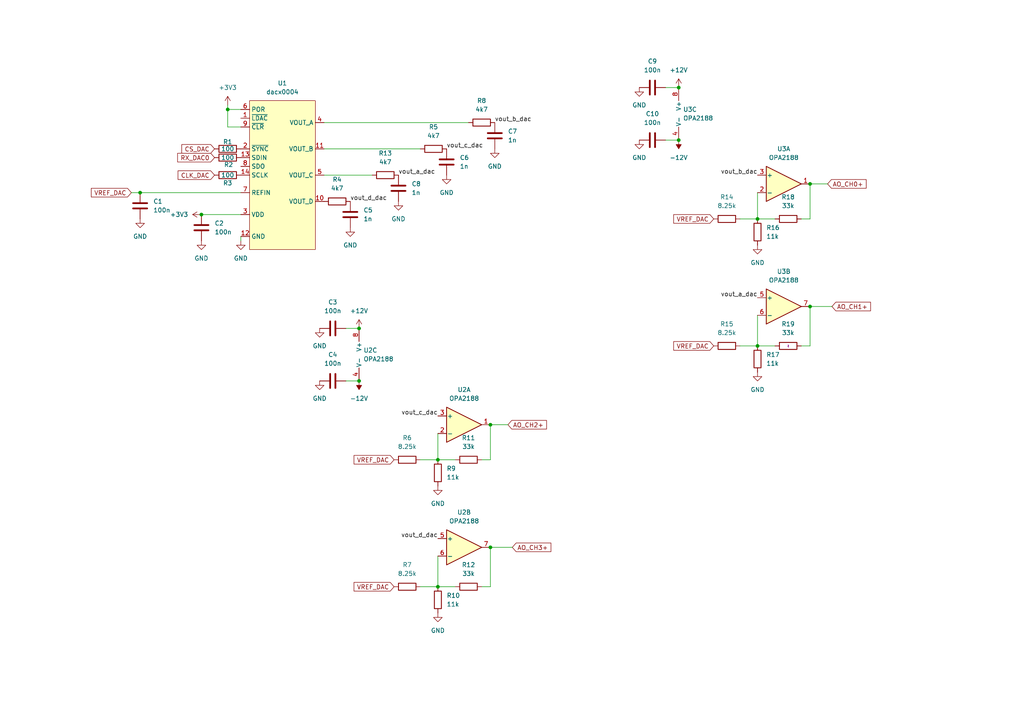
<source format=kicad_sch>
(kicad_sch (version 20231120) (generator "eeschema") (generator_version "8.0")
  (paper "A4")
  (lib_symbols
    (symbol "Amplifier_Operational:OPA2156xD" (pin_names (offset 0.127))
      (property "Reference" "U" (at 2.54 6.35 0))
      (property "Value" "OPA2156xD" (at 2.54 3.81 0))
      (symbol "OPA2156xD_1_1"
        (polyline (pts (xy 5.08 0) (xy -5.08 5.08) (xy -5.08 -5.08) (xy 5.08 0)) (stroke (width 0.254)) (fill (type background)))
        (pin output line (at 7.62 0 180) (length 2.54) (name "~") (number "1"))
        (pin input line (at -7.62 -2.54 0) (length 2.54) (name "-") (number "2"))
        (pin input line (at -7.62 2.54 0) (length 2.54) (name "+") (number "3"))
      )
      (symbol "OPA2156xD_2_1"
        (polyline (pts (xy 5.08 0) (xy -5.08 5.08) (xy -5.08 -5.08) (xy 5.08 0)) (stroke (width 0.254)) (fill (type background)))
        (pin input line (at -7.62 2.54 0) (length 2.54) (name "+") (number "5"))
        (pin input line (at -7.62 -2.54 0) (length 2.54) (name "-") (number "6"))
        (pin output line (at 7.62 0 180) (length 2.54) (name "~") (number "7"))
      )
      (symbol "OPA2156xD_3_1"
        (pin power_in line (at 0 -7.62 90) (length 3.81) (name "V-") (number "4"))
        (pin power_in line (at 0 7.62 270) (length 3.81) (name "V+") (number "8"))
      )
    )
    (symbol "Device:C" (pin_numbers hide) (pin_names (offset 0.254))
      (property "Reference" "C" (at 0.635 2.54 0))
      (property "Value" "C" (at 0.635 -2.54 0))
      (symbol "C_0_1"
        (polyline (pts (xy -2.032 -0.762) (xy 2.032 -0.762)) (stroke (width 0.508)))
        (polyline (pts (xy -2.032 0.762) (xy 2.032 0.762)) (stroke (width 0.508)))
      )
      (symbol "C_1_1"
        (pin passive line (at 0 3.81 270) (length 2.794) (name "~") (number "1"))
        (pin passive line (at 0 -3.81 90) (length 2.794) (name "~") (number "2"))
      )
    )
    (symbol "Device:R" (pin_numbers hide) (pin_names (offset 0))
      (property "Reference" "R" (at 2.032 0 90))
      (property "Value" "R" (at 0 0 90))
      (symbol "R_0_1"
        (rectangle (start -1.016 -2.54) (end 1.016 2.54) (stroke (width 0.254)))
      )
      (symbol "R_1_1"
        (pin passive line (at 0 3.81 270) (length 1.27) (name "~") (number "1"))
        (pin passive line (at 0 -3.81 90) (length 1.27) (name "~") (number "2"))
      )
    )
    (symbol "power:+12V" (power) (pin_names (offset 0))
      (property "Value" "+12V" (at 0 3.556 0))
      (symbol "+12V_0_1"
        (polyline (pts (xy -0.762 1.27) (xy 0 2.54)))
        (polyline (pts (xy 0 0) (xy 0 2.54)))
        (polyline (pts (xy 0 2.54) (xy 0.762 1.27)))
      )
      (symbol "+12V_1_1"
        (pin power_in line (at 0 0 90) (length 0) hide (name "+12V") (number "1"))
      )
    )
    (symbol "power:+3V3" (power) (pin_names (offset 0))
      (property "Value" "+3V3" (at 0 3.556 0))
      (symbol "+3V3_0_1"
        (polyline (pts (xy -0.762 1.27) (xy 0 2.54)))
        (polyline (pts (xy 0 0) (xy 0 2.54)))
        (polyline (pts (xy 0 2.54) (xy 0.762 1.27)))
      )
      (symbol "+3V3_1_1"
        (pin power_in line (at 0 0 90) (length 0) hide (name "+3V3") (number "1"))
      )
    )
    (symbol "power:-12V" (power) (pin_names (offset 0))
      (property "Value" "-12V" (at 0 3.81 0))
      (symbol "-12V_0_0"
        (pin power_in line (at 0 0 90) (length 0) hide (name "-12V") (number "1"))
      )
      (symbol "-12V_0_1"
        (polyline (pts (xy 0 0) (xy 0 1.27) (xy 0.762 1.27) (xy 0 2.54) (xy -0.762 1.27) (xy 0 1.27)) (fill (type outline)))
      )
    )
    (symbol "power:GND" (power) (pin_names (offset 0))
      (property "Value" "GND" (at 0 -3.81 0))
      (symbol "GND_0_1"
        (polyline (pts (xy 0 0) (xy 0 -1.27) (xy 1.27 -1.27) (xy 0 -2.54) (xy -1.27 -1.27) (xy 0 -1.27)))
      )
      (symbol "GND_1_1"
        (pin power_in line (at 0 0 270) (length 0) hide (name "GND") (number "1"))
      )
    )
    (symbol "user_dac:dacx0004"
      (property "Reference" "U" (at -6.35 43.18 0))
      (property "Value" "dacx0004" (at -3.81 -2.54 0))
      (symbol "dacx0004_0_0"
        (pin output line (at 13.97 12.7 180) (length 2.54) (name "VOUT_D") (number "10"))
        (pin output line (at 13.97 27.94 180) (length 2.54) (name "VOUT_B") (number "11"))
        (pin input line (at -10.16 2.54 0) (length 2.54) (name "GND") (number "12"))
        (pin input line (at -10.16 25.4 0) (length 2.54) (name "SDIN") (number "13"))
        (pin input line (at -10.16 20.32 0) (length 2.54) (name "SCLK") (number "14"))
        (pin power_in line (at -10.16 8.89 0) (length 2.54) (name "VDD") (number "3"))
        (pin output line (at 13.97 35.56 180) (length 2.54) (name "VOUT_A") (number "4"))
        (pin output line (at 13.97 20.32 180) (length 2.54) (name "VOUT_C") (number "5"))
        (pin input line (at -10.16 39.37 0) (length 2.54) (name "POR") (number "6"))
        (pin input line (at -10.16 15.24 0) (length 2.54) (name "REFIN") (number "7"))
        (pin output line (at -10.16 22.86 0) (length 2.54) (name "SDO") (number "8"))
        (pin input line (at -10.16 34.29 0) (length 2.54) (name "~{CLR}") (number "9"))
      )
      (symbol "dacx0004_0_1"
        (rectangle (start -7.62 41.91) (end 11.43 -1.27) (fill (type background)))
      )
      (symbol "dacx0004_1_1"
        (pin input line (at -10.16 36.83 0) (length 2.54) (name "~{LDAC}") (number "1"))
        (pin input line (at -10.16 27.94 0) (length 2.54) (name "~{SYNC}") (number "2"))
      )
    )
  )
  (junction (at 127 170.18))
  (junction (at 40.64 55.88))
  (junction (at 196.85 40.64))
  (junction (at 142.24 123.19))
  (junction (at 104.14 95.25))
  (junction (at 104.14 110.49))
  (junction (at 66.04 31.75))
  (junction (at 127 133.35))
  (junction (at 234.95 88.9))
  (junction (at 58.42 62.23))
  (junction (at 219.71 63.5))
  (junction (at 219.71 100.33))
  (junction (at 142.24 158.75))
  (junction (at 196.85 25.4))
  (junction (at 234.95 53.34))
  (wire (pts (xy 193.04 40.64) (xy 196.85 40.64)))
  (wire (pts (xy 69.85 31.75) (xy 66.04 31.75)))
  (wire (pts (xy 219.71 63.5) (xy 224.79 63.5)))
  (wire (pts (xy 139.7 133.35) (xy 142.24 133.35)))
  (wire (pts (xy 219.71 100.33) (xy 224.79 100.33)))
  (wire (pts (xy 100.33 95.25) (xy 104.14 95.25)))
  (wire (pts (xy 234.95 53.34) (xy 240.03 53.34)))
  (wire (pts (xy 232.41 100.33) (xy 234.95 100.33)))
  (wire (pts (xy 100.33 110.49) (xy 104.14 110.49)))
  (wire (pts (xy 234.95 88.9) (xy 241.3 88.9)))
  (wire (pts (xy 142.24 158.75) (xy 142.24 170.18)))
  (wire (pts (xy 93.98 35.56) (xy 135.89 35.56)))
  (wire (pts (xy 142.24 133.35) (xy 142.24 123.19)))
  (wire (pts (xy 219.71 55.88) (xy 219.71 63.5)))
  (wire (pts (xy 69.85 68.58) (xy 69.85 69.85)))
  (wire (pts (xy 232.41 63.5) (xy 234.95 63.5)))
  (wire (pts (xy 127 161.29) (xy 127 170.18)))
  (wire (pts (xy 127 170.18) (xy 132.08 170.18)))
  (wire (pts (xy 121.92 170.18) (xy 127 170.18)))
  (wire (pts (xy 234.95 63.5) (xy 234.95 53.34)))
  (wire (pts (xy 127 125.73) (xy 127 133.35)))
  (wire (pts (xy 214.63 63.5) (xy 219.71 63.5)))
  (wire (pts (xy 66.04 31.75) (xy 66.04 30.48)))
  (wire (pts (xy 219.71 91.44) (xy 219.71 100.33)))
  (wire (pts (xy 69.85 36.83) (xy 66.04 36.83)))
  (wire (pts (xy 58.42 62.23) (xy 69.85 62.23)))
  (wire (pts (xy 93.98 43.18) (xy 121.92 43.18)))
  (wire (pts (xy 40.64 55.88) (xy 69.85 55.88)))
  (wire (pts (xy 121.92 133.35) (xy 127 133.35)))
  (wire (pts (xy 66.04 36.83) (xy 66.04 31.75)))
  (wire (pts (xy 38.1 55.88) (xy 40.64 55.88)))
  (wire (pts (xy 142.24 158.75) (xy 148.59 158.75)))
  (wire (pts (xy 139.7 170.18) (xy 142.24 170.18)))
  (wire (pts (xy 93.98 50.8) (xy 107.95 50.8)))
  (wire (pts (xy 214.63 100.33) (xy 219.71 100.33)))
  (wire (pts (xy 127 133.35) (xy 132.08 133.35)))
  (wire (pts (xy 193.04 25.4) (xy 196.85 25.4)))
  (wire (pts (xy 234.95 88.9) (xy 234.95 100.33)))
  (wire (pts (xy 142.24 123.19) (xy 147.32 123.19)))
  (label "vout_a_dac" (at 219.71 86.36 180))
  (label "vout_b_dac" (at 219.71 50.8 180))
  (label "vout_d_dac" (at 127 156.21 180))
  (label "vout_d_dac" (at 101.6 58.42 0))
  (label "vout_c_dac" (at 129.54 43.18 0))
  (label "vout_b_dac" (at 143.51 35.56 0))
  (label "vout_c_dac" (at 127 120.65 180))
  (label "vout_a_dac" (at 115.57 50.8 0))
  (global_label "VREF_DAC" (shape input) (at 114.3 133.35 180) (property "Intersheetrefs" "${INTERSHEET_REFS}" (effects (hide yes))))
  (global_label "AO_CH2+" (shape input) (at 147.32 123.19 0) (property "Intersheetrefs" "${INTERSHEET_REFS}" (effects (hide yes))))
  (global_label "VREF_DAC" (shape input) (at 207.01 100.33 180) (property "Intersheetrefs" "${INTERSHEET_REFS}" (effects (hide yes))))
  (global_label "CLK_DAC" (shape input) (at 62.23 50.8 180) (property "Intersheetrefs" "${INTERSHEET_REFS}" (effects (hide yes))))
  (global_label "CS_DAC" (shape input) (at 62.23 43.18 180) (property "Intersheetrefs" "${INTERSHEET_REFS}" (effects (hide yes))))
  (global_label "VREF_DAC" (shape input) (at 114.3 170.18 180) (property "Intersheetrefs" "${INTERSHEET_REFS}" (effects (hide yes))))
  (global_label "AO_CH1+" (shape input) (at 241.3 88.9 0) (property "Intersheetrefs" "${INTERSHEET_REFS}" (effects (hide yes))))
  (global_label "AO_CH0+" (shape input) (at 240.03 53.34 0) (property "Intersheetrefs" "${INTERSHEET_REFS}" (effects (hide yes))))
  (global_label "AO_CH3+" (shape input) (at 148.59 158.75 0) (property "Intersheetrefs" "${INTERSHEET_REFS}" (effects (hide yes))))
  (global_label "VREF_DAC" (shape input) (at 207.01 63.5 180) (property "Intersheetrefs" "${INTERSHEET_REFS}" (effects (hide yes))))
  (global_label "RX_DAC0" (shape input) (at 62.23 45.72 180) (property "Intersheetrefs" "${INTERSHEET_REFS}" (effects (hide yes))))
  (global_label "VREF_DAC" (shape input) (at 38.1 55.88 180) (property "Intersheetrefs" "${INTERSHEET_REFS}" (effects (hide yes))))
  (symbol (lib_id "power:GND") (at 69.85 69.85 0) (unit 1)
    (property "Reference" "#PWR013" (effects (hide yes)))
    (property "Value" "GND" (at 69.85 74.93 0))
    (property "Description" "Power symbol creates a global label with name \"GND\" , ground" (effects (hide yes)))
  )
  (symbol (lib_id "Device:C") (at 143.51 39.37 180) (unit 1)
    (property "Reference" "C7" (at 147.32 38.0999 0) (effects (justify right)))
    (property "Value" "1n" (at 147.32 40.6399 0) (effects (justify right)))
    (property "Footprint" "Capacitor_SMD:C_0402_1005Metric" (effects (hide yes)))
    (property "Description" "Unpolarized capacitor" (effects (hide yes)))
  )
  (symbol (lib_id "power:-12V") (at 196.85 40.64 180) (unit 1)
    (property "Reference" "#PWR027" (effects (hide yes)))
    (property "Value" "-12V" (at 196.85 45.72 0))
    (property "Description" "Power symbol creates a global label with name \"-12V\"" (effects (hide yes)))
    (instances (project "" (path "" (reference "#PWR027") (unit 1)) (path "" (reference "#PWR053") (unit 1))))
  )
  (symbol (lib_id "Device:R") (at 111.76 50.8 90) (unit 1)
    (property "Reference" "R13" (at 111.76 44.45 90))
    (property "Value" "4k7" (at 111.76 46.99 90))
    (property "Footprint" "Resistor_SMD:R_0402_1005Metric" (effects (hide yes)))
    (property "Description" "Resistor" (effects (hide yes)))
  )
  (symbol (lib_id "user_dac:dacx0004") (at 80.01 71.12 0) (unit 1)
    (property "Reference" "U1" (at 81.915 24.13 0))
    (property "Value" "dacx0004" (at 81.915 26.67 0))
    (property "Footprint" "Package_SO:TSSOP-14_4.4x5mm_P0.65mm" (effects (hide yes)))
    (property "Datasheet" "https://www.ti.com/lit/ds/symlink/dac80004.pdf?ts=1661248075805&ref_url=https%253A%252F%252Fwww.google.com%252F" (effects (hide yes)))
    (property "Description" "Voltage output DAC 12/14/16 bit" (effects (hide yes)))
    (property "JLCPCB Part #" "C2679895" (effects (hide yes)))
  )
  (symbol (lib_id "power:GND") (at 58.42 69.85 0) (unit 1)
    (property "Reference" "#PWR011" (effects (hide yes)))
    (property "Value" "GND" (at 58.42 74.93 0))
    (property "Description" "Power symbol creates a global label with name \"GND\" , ground" (effects (hide yes)))
  )
  (symbol (lib_id "power:GND") (at 127 140.97 0) (unit 1)
    (property "Reference" "#PWR020" (effects (hide yes)))
    (property "Value" "GND" (at 127 146.05 0))
    (property "Description" "Power symbol creates a global label with name \"GND\" , ground" (effects (hide yes)))
  )
  (symbol (lib_id "power:GND") (at 219.71 107.95 0) (unit 1)
    (property "Reference" "#PWR029" (effects (hide yes)))
    (property "Value" "GND" (at 219.71 113.03 0))
    (property "Description" "Power symbol creates a global label with name \"GND\" , ground" (effects (hide yes)))
  )
  (symbol (lib_id "power:GND") (at 101.6 66.04 0) (unit 1)
    (property "Reference" "#PWR016" (effects (hide yes)))
    (property "Value" "GND" (at 101.6 71.12 0))
    (property "Description" "Power symbol creates a global label with name \"GND\" , ground" (effects (hide yes)))
  )
  (symbol (lib_id "Device:R") (at 210.82 100.33 90) (unit 1)
    (property "Reference" "R15" (at 210.82 93.98 90))
    (property "Value" "8.25k" (at 210.82 96.52 90))
    (property "Footprint" "Resistor_SMD:R_0402_1005Metric" (effects (hide yes)))
    (property "Description" "Resistor" (effects (hide yes)))
  )
  (symbol (lib_id "Device:R") (at 228.6 63.5 270) (unit 1)
    (property "Reference" "R18" (at 228.6 57.15 90))
    (property "Value" "33k" (at 228.6 59.69 90))
    (property "Footprint" "Resistor_SMD:R_0402_1005Metric" (effects (hide yes)))
    (property "Description" "Resistor" (effects (hide yes)))
  )
  (symbol (lib_id "Device:R") (at 118.11 133.35 90) (unit 1)
    (property "Reference" "R6" (at 118.11 127 90))
    (property "Value" "8.25k" (at 118.11 129.54 90))
    (property "Footprint" "Resistor_SMD:R_0402_1005Metric" (effects (hide yes)))
    (property "Description" "Resistor" (effects (hide yes)))
  )
  (symbol (lib_id "Amplifier_Operational:OPA2156xD") (at 196.85 33.02 0) (unit 3)
    (property "Reference" "U3" (at 198.12 31.7499 0) (effects (justify left)))
    (property "Value" "OPA2188" (at 198.12 34.2899 0) (effects (justify left)))
    (property "Footprint" "Package_SO:SOIC-8_3.9x4.9mm_P1.27mm" (effects (hide yes)))
    (property "Datasheet" "https://www.ti.com/lit/ds/symlink/opa2156.pdf" (effects (hide yes)))
    (property "Description" "Dual 36V, Ultra Low Noise, Rail-to-Rail Input/Output, Low Offset Voltage, Operational Amplifier, SOIC-8" (effects (hide yes)))
    (property "JLCPCB Part #" "C17271" (effects (hide yes)))
    (instances (project "" (path "" (reference "U3") (unit 3)) (path "" (reference "U7") (unit 3))))
  )
  (symbol (lib_id "Device:R") (at 219.71 104.14 180) (unit 1)
    (property "Reference" "R17" (at 222.25 102.8699 0) (effects (justify right)))
    (property "Value" "11k" (at 222.25 105.4099 0) (effects (justify right)))
    (property "Footprint" "Resistor_SMD:R_0402_1005Metric" (effects (hide yes)))
    (property "Description" "Resistor" (effects (hide yes)))
  )
  (symbol (lib_id "Device:R") (at 228.6 100.33 270) (unit 1)
    (property "Reference" "R19" (at 228.6 93.98 90))
    (property "Value" "33k" (at 228.6 96.52 90))
    (property "Footprint" "Resistor_SMD:R_0402_1005Metric" (effects (hide yes)))
    (property "Datasheet" "~" (at 228.6 100.33 0))
    (property "Description" "Resistor" (effects (hide yes)))
  )
  (symbol (lib_id "power:-12V") (at 104.14 110.49 180) (unit 1)
    (property "Reference" "#PWR018" (effects (hide yes)))
    (property "Value" "-12V" (at 104.14 115.57 0))
    (property "Description" "Power symbol creates a global label with name \"-12V\"" (effects (hide yes)))
  )
  (symbol (lib_id "Device:R") (at 135.89 170.18 270) (unit 1)
    (property "Reference" "R12" (at 135.89 163.83 90))
    (property "Value" "33k" (at 135.89 166.37 90))
    (property "Footprint" "Resistor_SMD:R_0402_1005Metric" (effects (hide yes)))
    (property "Description" "Resistor" (effects (hide yes)))
  )
  (symbol (lib_id "power:GND") (at 115.57 58.42 0) (unit 1)
    (property "Reference" "#PWR023" (effects (hide yes)))
    (property "Value" "GND" (at 115.57 63.5 0))
    (property "Description" "Power symbol creates a global label with name \"GND\" , ground" (effects (hide yes)))
  )
  (symbol (lib_id "Device:R") (at 219.71 67.31 180) (unit 1)
    (property "Reference" "R16" (at 222.25 66.0399 0) (effects (justify right)))
    (property "Value" "11k" (at 222.25 68.5799 0) (effects (justify right)))
    (property "Footprint" "Resistor_SMD:R_0402_1005Metric" (effects (hide yes)))
    (property "Description" "Resistor" (effects (hide yes)))
  )
  (symbol (lib_id "Amplifier_Operational:OPA2156xD") (at 227.33 53.34 0) (unit 1)
    (property "Reference" "U3" (at 227.33 43.18 0))
    (property "Value" "OPA2188" (at 227.33 45.72 0))
    (property "Footprint" "Package_SO:SOIC-8_3.9x4.9mm_P1.27mm" (effects (hide yes)))
    (property "Datasheet" "https://www.ti.com/lit/ds/symlink/opa2156.pdf" (effects (hide yes)))
    (property "Description" "Dual 36V, Ultra Low Noise, Rail-to-Rail Input/Output, Low Offset Voltage, Operational Amplifier, SOIC-8" (effects (hide yes)))
    (property "JLCPCB Part #" "C17271" (effects (hide yes)))
    (instances (project "" (path "" (reference "U3") (unit 1)) (path "" (reference "U7") (unit 1))))
  )
  (symbol (lib_id "power:GND") (at 219.71 71.12 0) (unit 1)
    (property "Reference" "#PWR028" (effects (hide yes)))
    (property "Value" "GND" (at 219.71 76.2 0))
    (property "Description" "Power symbol creates a global label with name \"GND\" , ground" (effects (hide yes)))
  )
  (symbol (lib_id "Device:C") (at 101.6 62.23 180) (unit 1)
    (property "Reference" "C5" (at 105.41 60.9599 0) (effects (justify right)))
    (property "Value" "1n" (at 105.41 63.4999 0) (effects (justify right)))
    (property "Footprint" "Capacitor_SMD:C_0402_1005Metric" (effects (hide yes)))
    (property "Description" "Unpolarized capacitor" (effects (hide yes)))
  )
  (symbol (lib_id "Amplifier_Operational:OPA2156xD") (at 227.33 88.9 0) (unit 2)
    (property "Reference" "U3" (at 227.33 78.74 0))
    (property "Value" "OPA2188" (at 227.33 81.28 0))
    (property "Footprint" "Package_SO:SOIC-8_3.9x4.9mm_P1.27mm" (effects (hide yes)))
    (property "Datasheet" "https://www.ti.com/lit/ds/symlink/opa2156.pdf" (effects (hide yes)))
    (property "Description" "Dual 36V, Ultra Low Noise, Rail-to-Rail Input/Output, Low Offset Voltage, Operational Amplifier, SOIC-8" (effects (hide yes)))
    (property "JLCPCB Part #" "C17271" (effects (hide yes)))
    (instances (project "" (path "" (reference "U3") (unit 2)) (path "" (reference "U7") (unit 2))))
  )
  (symbol (lib_id "power:GND") (at 92.71 110.49 0) (unit 1)
    (property "Reference" "#PWR015" (effects (hide yes)))
    (property "Value" "GND" (at 92.71 115.57 0))
    (property "Description" "Power symbol creates a global label with name \"GND\" , ground" (effects (hide yes)))
  )
  (symbol (lib_id "power:GND") (at 127 177.8 0) (unit 1)
    (property "Reference" "#PWR021" (effects (hide yes)))
    (property "Value" "GND" (at 127 182.88 0))
    (property "Description" "Power symbol creates a global label with name \"GND\" , ground" (effects (hide yes)))
  )
  (symbol (lib_id "Device:R") (at 125.73 43.18 90) (unit 1)
    (property "Reference" "R5" (at 125.73 36.83 90))
    (property "Value" "4k7" (at 125.73 39.37 90))
    (property "Footprint" "Resistor_SMD:R_0402_1005Metric" (effects (hide yes)))
    (property "Description" "Resistor" (effects (hide yes)))
  )
  (symbol (lib_id "Amplifier_Operational:OPA2156xD") (at 134.62 123.19 0) (unit 1)
    (property "Reference" "U2" (at 134.62 113.03 0))
    (property "Value" "OPA2188" (at 134.62 115.57 0))
    (property "Footprint" "Package_SO:SOIC-8_3.9x4.9mm_P1.27mm" (effects (hide yes)))
    (property "Datasheet" "https://www.ti.com/lit/ds/symlink/opa2156.pdf" (effects (hide yes)))
    (property "Description" "Dual 36V, Ultra Low Noise, Rail-to-Rail Input/Output, Low Offset Voltage, Operational Amplifier, SOIC-8" (effects (hide yes)))
    (property "JLCPCB Part #" "C17271" (effects (hide yes)))
  )
  (symbol (lib_id "power:GND") (at 185.42 25.4 0) (unit 1)
    (property "Reference" "#PWR024" (effects (hide yes)))
    (property "Value" "GND" (at 185.42 30.48 0))
    (property "Description" "Power symbol creates a global label with name \"GND\" , ground" (effects (hide yes)))
  )
  (symbol (lib_id "power:+3V3") (at 58.42 62.23 90) (unit 1)
    (property "Reference" "#PWR010" (effects (hide yes)))
    (property "Value" "+3V3" (at 54.61 62.2299 90) (effects (justify left)))
    (property "Description" "Power symbol creates a global label with name \"+3V3\"" (effects (hide yes)))
    (instances (project "" (path "" (reference "#PWR010") (unit 1)) (path "" (reference "#PWR036") (unit 1))))
  )
  (symbol (lib_id "Device:R") (at 127 137.16 180) (unit 1)
    (property "Reference" "R9" (at 129.54 135.8899 0) (effects (justify right)))
    (property "Value" "11k" (at 129.54 138.4299 0) (effects (justify right)))
    (property "Footprint" "Capacitor_SMD:C_0402_1005Metric" (effects (hide yes)))
    (property "Description" "Resistor" (effects (hide yes)))
  )
  (symbol (lib_id "Device:C") (at 40.64 59.69 0) (unit 1)
    (property "Reference" "C1" (at 44.45 58.4199 0) (effects (justify left)))
    (property "Value" "100n" (at 44.45 60.9599 0) (effects (justify left)))
    (property "Footprint" "Capacitor_SMD:C_0402_1005Metric" (effects (hide yes)))
    (property "Description" "Unpolarized capacitor" (effects (hide yes)))
  )
  (symbol (lib_id "Device:C") (at 189.23 25.4 90) (unit 1)
    (property "Reference" "C9" (at 189.23 17.78 90))
    (property "Value" "100n" (at 189.23 20.32 90))
    (property "Footprint" "Capacitor_SMD:C_0805_2012Metric" (effects (hide yes)))
    (property "Description" "Unpolarized capacitor" (effects (hide yes)))
  )
  (symbol (lib_id "Device:R") (at 127 173.99 180) (unit 1)
    (property "Reference" "R10" (at 129.54 172.7199 0) (effects (justify right)))
    (property "Value" "11k" (at 129.54 175.2599 0) (effects (justify right)))
    (property "Footprint" "Resistor_SMD:R_0402_1005Metric" (effects (hide yes)))
    (property "Description" "Resistor" (effects (hide yes)))
  )
  (symbol (lib_id "Device:C") (at 96.52 110.49 90) (unit 1)
    (property "Reference" "C4" (at 96.52 102.87 90))
    (property "Value" "100n" (at 96.52 105.41 90))
    (property "Footprint" "Capacitor_SMD:C_0805_2012Metric" (effects (hide yes)))
    (property "Description" "Unpolarized capacitor" (effects (hide yes)))
  )
  (symbol (lib_id "Device:C") (at 96.52 95.25 90) (unit 1)
    (property "Reference" "C3" (at 96.52 87.63 90))
    (property "Value" "100n" (at 96.52 90.17 90))
    (property "Footprint" "Capacitor_SMD:C_0805_2012Metric" (effects (hide yes)))
    (property "Description" "Unpolarized capacitor" (effects (hide yes)))
  )
  (symbol (lib_id "power:GND") (at 143.51 43.18 0) (unit 1)
    (property "Reference" "#PWR022" (effects (hide yes)))
    (property "Value" "GND" (at 143.51 48.26 0))
    (property "Description" "Power symbol creates a global label with name \"GND\" , ground" (effects (hide yes)))
  )
  (symbol (lib_id "Device:C") (at 58.42 66.04 0) (unit 1)
    (property "Reference" "C2" (at 62.23 64.7699 0) (effects (justify left)))
    (property "Value" "100n" (at 62.23 67.3099 0) (effects (justify left)))
    (property "Footprint" "Capacitor_SMD:C_0402_1005Metric" (effects (hide yes)))
    (property "Description" "Unpolarized capacitor" (effects (hide yes)))
  )
  (symbol (lib_id "Device:R") (at 118.11 170.18 90) (unit 1)
    (property "Reference" "R7" (at 118.11 163.83 90))
    (property "Value" "8.25k" (at 118.11 166.37 90))
    (property "Footprint" "Resistor_SMD:R_0402_1005Metric" (effects (hide yes)))
    (property "Description" "Resistor" (effects (hide yes)))
  )
  (symbol (lib_id "Device:R") (at 66.04 43.18 90) (unit 1)
    (property "Reference" "R1" (at 66.04 41.148 90))
    (property "Value" "100" (at 66.04 43.18 90))
    (property "Footprint" "Resistor_SMD:R_0402_1005Metric" (effects (hide yes)))
    (property "Description" "Resistor" (effects (hide yes)))
  )
  (symbol (lib_id "power:+12V") (at 104.14 95.25 0) (unit 1)
    (property "Reference" "#PWR017" (effects (hide yes)))
    (property "Value" "+12V" (at 104.14 90.17 0))
    (property "Description" "Power symbol creates a global label with name \"+12V\"" (effects (hide yes)))
  )
  (symbol (lib_id "power:GND") (at 92.71 95.25 0) (unit 1)
    (property "Reference" "#PWR014" (effects (hide yes)))
    (property "Value" "GND" (at 92.71 100.33 0))
    (property "Description" "Power symbol creates a global label with name \"GND\" , ground" (effects (hide yes)))
  )
  (symbol (lib_id "power:GND") (at 129.54 50.8 0) (unit 1)
    (property "Reference" "#PWR019" (effects (hide yes)))
    (property "Value" "GND" (at 129.54 55.88 0))
    (property "Description" "Power symbol creates a global label with name \"GND\" , ground" (effects (hide yes)))
  )
  (symbol (lib_id "power:+3V3") (at 66.04 30.48 0) (unit 1)
    (property "Reference" "#PWR012" (effects (hide yes)))
    (property "Value" "+3V3" (at 66.04 25.4 0))
    (property "Description" "Power symbol creates a global label with name \"+3V3\"" (effects (hide yes)))
  )
  (symbol (lib_id "Amplifier_Operational:OPA2156xD") (at 134.62 158.75 0) (unit 2)
    (property "Reference" "U2" (at 134.62 148.59 0))
    (property "Value" "OPA2188" (at 134.62 151.13 0))
    (property "Footprint" "Package_SO:SOIC-8_3.9x4.9mm_P1.27mm" (effects (hide yes)))
    (property "Datasheet" "https://www.ti.com/lit/ds/symlink/opa2156.pdf" (effects (hide yes)))
    (property "Description" "Dual 36V, Ultra Low Noise, Rail-to-Rail Input/Output, Low Offset Voltage, Operational Amplifier, SOIC-8" (effects (hide yes)))
    (property "JLCPCB Part #" "C17271" (effects (hide yes)))
  )
  (symbol (lib_id "Device:R") (at 97.79 58.42 90) (unit 1)
    (property "Reference" "R4" (at 97.79 52.07 90))
    (property "Value" "4k7" (at 97.79 54.61 90))
    (property "Footprint" "Resistor_SMD:R_0402_1005Metric" (effects (hide yes)))
    (property "Description" "Resistor" (effects (hide yes)))
  )
  (symbol (lib_id "Device:R") (at 139.7 35.56 90) (unit 1)
    (property "Reference" "R8" (at 139.7 29.21 90))
    (property "Value" "4k7" (at 139.7 31.75 90))
    (property "Footprint" "Resistor_SMD:R_0402_1005Metric" (effects (hide yes)))
    (property "Description" "Resistor" (effects (hide yes)))
  )
  (symbol (lib_id "Device:C") (at 129.54 46.99 180) (unit 1)
    (property "Reference" "C6" (at 133.35 45.7199 0) (effects (justify right)))
    (property "Value" "1n" (at 133.35 48.2599 0) (effects (justify right)))
    (property "Footprint" "Capacitor_SMD:C_0402_1005Metric" (effects (hide yes)))
    (property "Description" "Unpolarized capacitor" (effects (hide yes)))
  )
  (symbol (lib_id "Device:C") (at 115.57 54.61 180) (unit 1)
    (property "Reference" "C8" (at 119.38 53.3399 0) (effects (justify right)))
    (property "Value" "1n" (at 119.38 55.8799 0) (effects (justify right)))
    (property "Footprint" "Capacitor_SMD:C_0402_1005Metric" (effects (hide yes)))
    (property "Description" "Unpolarized capacitor" (effects (hide yes)))
  )
  (symbol (lib_id "Device:R") (at 210.82 63.5 90) (unit 1)
    (property "Reference" "R14" (at 210.82 57.15 90))
    (property "Value" "8.25k" (at 210.82 59.69 90))
    (property "Footprint" "Resistor_SMD:R_0402_1005Metric" (effects (hide yes)))
    (property "Description" "Resistor" (effects (hide yes)))
    (instances (project "" (path "" (reference "R14") (unit 1)) (path "" (reference "R33") (unit 1))))
  )
  (symbol (lib_id "Device:R") (at 135.89 133.35 270) (unit 1)
    (property "Reference" "R11" (at 135.89 127 90))
    (property "Value" "33k" (at 135.89 129.54 90))
    (property "Footprint" "Resistor_SMD:R_0402_1005Metric" (effects (hide yes)))
    (property "Description" "Resistor" (effects (hide yes)))
  )
  (symbol (lib_id "Device:C") (at 189.23 40.64 90) (unit 1)
    (property "Reference" "C10" (at 189.23 33.02 90))
    (property "Value" "100n" (at 189.23 35.56 90))
    (property "Footprint" "Capacitor_SMD:C_0805_2012Metric" (effects (hide yes)))
    (property "Description" "Unpolarized capacitor" (effects (hide yes)))
  )
  (symbol (lib_id "power:GND") (at 185.42 40.64 0) (unit 1)
    (property "Reference" "#PWR025" (effects (hide yes)))
    (property "Value" "GND" (at 185.42 45.72 0))
    (property "Description" "Power symbol creates a global label with name \"GND\" , ground" (effects (hide yes)))
  )
  (symbol (lib_id "Device:R") (at 66.04 45.72 90) (unit 1)
    (property "Reference" "R2" (at 66.294 47.752 90))
    (property "Value" "100" (at 66.04 45.72 90))
    (property "Footprint" "Resistor_SMD:R_0402_1005Metric" (effects (hide yes)))
    (property "Description" "Resistor" (effects (hide yes)))
  )
  (symbol (lib_id "power:+12V") (at 196.85 25.4 0) (unit 1)
    (property "Reference" "#PWR026" (effects (hide yes)))
    (property "Value" "+12V" (at 196.85 20.32 0))
    (property "Description" "Power symbol creates a global label with name \"+12V\"" (effects (hide yes)))
    (instances (project "" (path "" (reference "#PWR026") (unit 1)) (path "" (reference "#PWR052") (unit 1))))
  )
  (symbol (lib_id "Amplifier_Operational:OPA2156xD") (at 104.14 102.87 0) (unit 3)
    (property "Reference" "U2" (at 105.41 101.5999 0) (effects (justify left)))
    (property "Value" "OPA2188" (at 105.41 104.1399 0) (effects (justify left)))
    (property "Footprint" "Package_SO:SOIC-8_3.9x4.9mm_P1.27mm" (effects (hide yes)))
    (property "Datasheet" "https://www.ti.com/lit/ds/symlink/opa2156.pdf" (effects (hide yes)))
    (property "Description" "Dual 36V, Ultra Low Noise, Rail-to-Rail Input/Output, Low Offset Voltage, Operational Amplifier, SOIC-8" (effects (hide yes)))
    (property "JLCPCB Part #" "C17271" (effects (hide yes)))
  )
  (symbol (lib_id "Device:R") (at 66.04 50.8 90) (unit 1)
    (property "Reference" "R3" (at 66.04 53.086 90))
    (property "Value" "100" (at 66.04 50.8 90))
    (property "Footprint" "Resistor_SMD:R_0402_1005Metric" (effects (hide yes)))
    (property "Description" "Resistor" (effects (hide yes)))
  )
  (symbol (lib_id "power:GND") (at 40.64 63.5 0) (unit 1)
    (property "Reference" "#PWR09" (effects (hide yes)))
    (property "Value" "GND" (at 40.64 68.58 0))
    (property "Description" "Power symbol creates a global label with name \"GND\" , ground" (effects (hide yes)))
    (instances (project "" (path "" (reference "#PWR09") (unit 1)) (path "" (reference "#PWR035") (unit 1))))
  )
)
</source>
